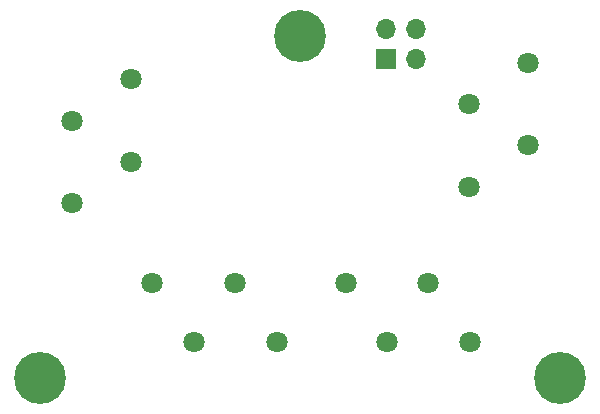
<source format=gbr>
%TF.GenerationSoftware,KiCad,Pcbnew,(6.0.8-1)-1*%
%TF.CreationDate,2022-12-26T11:19:25-06:00*%
%TF.ProjectId,CAN Distribution Board With Power v2,43414e20-4469-4737-9472-69627574696f,rev?*%
%TF.SameCoordinates,Original*%
%TF.FileFunction,Soldermask,Bot*%
%TF.FilePolarity,Negative*%
%FSLAX46Y46*%
G04 Gerber Fmt 4.6, Leading zero omitted, Abs format (unit mm)*
G04 Created by KiCad (PCBNEW (6.0.8-1)-1) date 2022-12-26 11:19:25*
%MOMM*%
%LPD*%
G01*
G04 APERTURE LIST*
%ADD10C,1.800000*%
%ADD11C,4.400000*%
%ADD12R,1.700000X1.700000*%
%ADD13O,1.700000X1.700000*%
G04 APERTURE END LIST*
D10*
%TO.C,X3*%
X122850000Y-109005000D03*
X126350000Y-114005000D03*
X129850000Y-109005000D03*
X133350000Y-114005000D03*
%TD*%
%TO.C,X2*%
X106500000Y-109005000D03*
X110000000Y-114005000D03*
X113500000Y-109005000D03*
X117000000Y-114005000D03*
%TD*%
%TO.C,X1*%
X104700000Y-91800000D03*
X99700000Y-95300000D03*
X104700000Y-98800000D03*
X99700000Y-102300000D03*
%TD*%
%TO.C,X4*%
X133300000Y-100900000D03*
X138300000Y-97400000D03*
X133300000Y-93900000D03*
X138300000Y-90400000D03*
%TD*%
D11*
%TO.C,H2*%
X141000000Y-117100000D03*
%TD*%
D12*
%TO.C,J1*%
X126260000Y-90062500D03*
D13*
X126260000Y-87522500D03*
X128800000Y-90062500D03*
X128800000Y-87522500D03*
%TD*%
D11*
%TO.C,H1*%
X119000000Y-88100000D03*
%TD*%
%TO.C,H3*%
X97000000Y-117100000D03*
%TD*%
M02*

</source>
